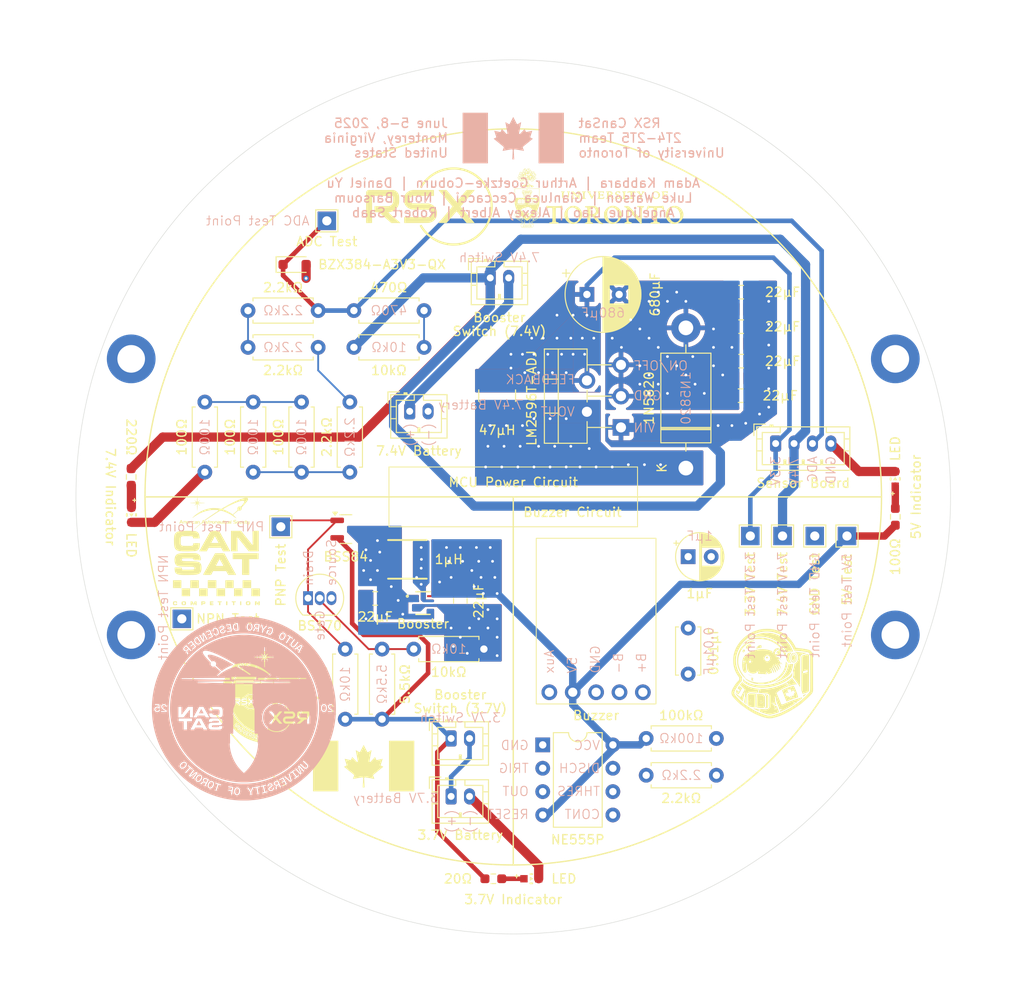
<source format=kicad_pcb>
(kicad_pcb (version 20240108) (generator "pcbnew") (generator_version "8.0")
  (layers (0 "F.Cu" mixed) (1 "In1.Cu" power "GND") (2 "In2.Cu" mixed) (31 "B.Cu" mixed) (34 "B.Paste" user) (35 "F.Paste" user) (36 "B.SilkS" user "B.Silkscreen") (37 "F.SilkS" user "F.Silkscreen") (38 "B.Mask" user) (39 "F.Mask" user) (44 "Edge.Cuts" user))
  (net 0 "")
  (net 1 "GND")
  (net 2 "3.3V")
  (net 3 "/5V")
  (net 4 "Net-(BZ1-Aux)")
  (net 7 "Net-(U3-CV)")
  (net 8 "Net-(U3-THR)")
  (net 9 "7.4V")
  (net 10 "ADC")
  (net 11 "Net-(J1-Pin_2)")
  (net 12 "Net-(J4-Pin_2)")
  (net 13 "Net-(Q1-G)")
  (net 14 "Net-(Q1-D)")
  (net 15 "Net-(R1-Pad1)")
  (net 16 "Net-(R2-Pad1)")
  (net 17 "Net-(R4-Pad2)")
  (net 18 "Net-(R5-Pad2)")
  (net 19 "Net-(R7-Pad2)")
  (net 20 "Net-(U3-Q)")
  (net 21 "/VIN")
  (net 22 "Net-(J4-Pin_1)")
  (net 23 "/SW")
  (net 24 "/OUT")
  (net 25 "Net-(D3-A)")
  (net 26 "Net-(D4-A)")
  (net 27 "Net-(D5-A)")
  (footprint "DigiKey:WL-SMCW_0603" (layer "F.Cu") (at 108.525 101.9625 90)
    (property "Reference" "D5")
    (property "Value" "LED (7.4V)")
  )
  (footprint "TestPoint:TestPoint_THTPad_2.0x2.0mm_Drill1.0mm" (layer "F.Cu") (at 186.25 104.25)
    (property "Reference" "TP4")
    (property "Value" "5V Test")
  )
  (footprint "Resistor_THT:R_Axial_DIN0207_L6.3mm_D2.5mm_P7.62mm_Horizontal" (layer "F.Cu") (at 135.75 124.1575 90)
    (property "Reference" "R9")
    (property "Value" "5.5kΩ")
  )
  (footprint "Resistor_THT:R_Axial_DIN0207_L6.3mm_D2.5mm_P7.62mm_Horizontal" (layer "F.Cu") (at 116.5 89.69 -90)
    (property "Reference" "R1")
    (property "Value" "100Ω")
  )
  (footprint "Graphics:rsx_logo_2" (layer "F.Cu") (at 140.75 68.5)
    (property "Reference" "G***")
    (property "Value" "LOGO" (hide yes))
  )
  (footprint "Package_DIP:DIP-8_W7.62mm" (layer "F.Cu") (at 153.2 126.95)
    (property "Reference" "U3")
    (property "Value" "NE555P")
  )
  (footprint "Graphics:canada_flag" (layer "F.Cu") (at 133.75 129.25)
    (property "Reference" "G***")
    (property "Value" "LOGO" (hide yes))
  )
  (footprint "Graphics:cansat_logo" (layer "F.Cu") (at 117.75 105.75)
    (property "Reference" "G***")
    (property "Value" "LOGO" (hide yes))
  )
  (footprint "TestPoint:TestPoint_THTPad_2.0x2.0mm_Drill1.0mm" (layer "F.Cu") (at 114 113.25)
    (property "Reference" "TP5")
    (property "Value" "NPN Test")
  )
  (footprint "Capacitor_THT:CP_Radial_D8.0mm_P3.50mm" (layer "F.Cu") (at 158 78)
    (property "Reference" "Cout5")
    (property "Value" "680μF")
  )
  (footprint "DigiKey:WL-SMCW_0603" (layer "F.Cu") (at 151.9625 141.495 180)
    (property "Reference" "D3")
    (property "Value" "LED (3.7V)")
  )
  (footprint "Resistor_THT:R_Axial_DIN0207_L6.3mm_D2.5mm_P7.62mm_Horizontal" (layer "F.Cu") (at 121.19 79.75)
    (property "Reference" "R6")
    (property "Value" "2.2kΩ")
  )
  (footprint "Capacitor_SMD:C_0805_2012Metric_Pad1.18x1.45mm_HandSolder" (layer "F.Cu") (at 174.75 77.75 180)
    (property "Reference" "Cin4")
    (property "Value" "22μF")
  )
  (footprint "Diode_THT:D_DO-201AD_P15.24mm_Horizontal" (layer "F.Cu") (at 168.75 96.87 90)
    (property "Reference" "D1")
    (property "Value" "1N5820")
  )
  (footprint "Resistor_SMD:R_0603_1608Metric_Pad0.98x0.95mm_HandSolder" (layer "F.Cu") (at 147.8375 141.5 180)
    (property "Reference" "R14")
    (property "Value" "20Ω")
  )
  (footprint "Capacitor_THT:C_Disc_D5.0mm_W2.5mm_P5.00mm" (layer "F.Cu") (at 169 119.25 90)
    (property "Reference" "C8")
    (property "Value" "0.01μF")
  )
  (footprint "Resistor_THT:R_Axial_DIN0207_L6.3mm_D2.5mm_P7.62mm_Horizontal" (layer "F.Cu") (at 131.75 124.1575 90)
    (property "Reference" "R11")
    (property "Value" "10kΩ")
  )
  (footprint "Capacitor_SMD:C_0805_2012Metric_Pad1.18x1.45mm_HandSolder" (layer "F.Cu") (at 144.25 111.2875 -90)
    (property "Reference" "C7")
    (property "Value" "22μF")
  )
  (footprint "Graphics:uoft_text_2" (layer "F.Cu") (at 161 68.5)
    (property "Reference" "G***")
    (property "Value" "LOGO" (hide yes))
  )
  (footprint "Resistor_THT:R_Axial_DIN0207_L6.3mm_D2.5mm_P7.62mm_Horizontal" (layer "F.Cu") (at 128.81 83.75 180)
    (property "Reference" "R5")
    (property "Value" "2.2kΩ")
  )
  (footprint "Resistor_SMD:R_0603_1608Metric_Pad0.98x0.95mm_HandSolder" (layer "F.Cu") (at 108.5 97.8375 90)
    (property "Reference" "R16")
    (property "Value" "220Ω")
  )
  (footprint "TestPoint:TestPoint_THTPad_2.0x2.0mm_Drill1.0mm" (layer "F.Cu") (at 175.75 104.25)
    (property "Reference" "TP3")
    (property "Value" "3.3V Test")
  )
  (footprint "TestPoint:TestPoint_THTPad_2.0x2.0mm_Drill1.0mm" (layer "F.Cu") (at 182.75 104.25)
    (property "Reference" "TP7")
    (property "Value" "GND Test")
  )
  (footprint "Resistor_THT:R_Axial_DIN0207_L6.3mm_D2.5mm_P7.62mm_Horizontal" (layer "F.Cu") (at 140.31 83.75 180)
    (property "Reference" "R8")
    (property "Value" "10kΩ")
  )
  (footprint "Capacitor_SMD:C_0805_2012Metric_Pad1.18x1.45mm_HandSolder" (layer "F.Cu") (at 174.7 89 180)
    (property "Reference" "Cin1")
    (property "Value" "22μF")
  )
  (footprint "Connector_JST:JST_PH_B2B-PH-K_1x02_P2.00mm_Vertical" (layer "F.Cu") (at 143.25 132.55)
    (property "Reference" "J5")
    (property "Value" "3.7V Battery")
  )
  (footprint "Custom_Footprints:Matek_Lost_Model_Beeper" (layer "F.Cu") (at 152.5 104.5)
    (property "Reference" "BZ1")
    (property "Value" "Buzzer")
  )
  (footprint "Capacitor_THT:CP_Radial_D5.0mm_P2.50mm" (layer "F.Cu") (at 169 106.5)
    (property "Reference" "C9")
    (property "Value" "1μF")
  )
  (footprint "DigiKey:SOT-5X3-8_DRL_TEX" (layer "F.Cu") (at 140.200799 111.537499)
    (property "Reference" "TPS610333DRLR_U2")
    (property "Value" "Booster")
  )
  (footprint "Capacitor_SMD:C_0805_2012Metric_Pad1.18x1.45mm_HandSolder" (layer "F.Cu") (at 174.75 81.5 180)
    (property "Reference" "Cin3")
    (property "Value" "22μF")
  )
  (footprint "Connector_JST:JST_PH_B4B-PH-K_1x04_P2.00mm_Vertical" (layer "F.Cu") (at 178.5 94.2)
    (property "Reference" "J3")
    (property "Value" "Sensor Board")
  )
  (footprint "Graphics:uoft_coat_of_arms_2" (layer "F.Cu") (at 151.5 67.5)
    (property "Reference" "G***")
    (property "Value" "LOGO" (hide yes))
  )
  (footprint "TestPoint:TestPoint_THTPad_2.0x2.0mm_Drill1.0mm" (layer "F.Cu") (at 124.75 103.25)
    (property "Reference" "TP6")
    (property "Value" "PNP Test")
  )
  (footprint "Connector_JST:JST_PH_B2B-PH-K_1x02_P2.00mm_Vertical" (layer "F.Cu") (at 147.5 76.2)
    (property "Reference" "J1")
    (property "Value" "MCU Switch (7.4V)")
  )
  (footprint "Package_TO_SOT_THT:TO-92_Inline" (layer "F.Cu") (at 127.71 111)
    (property "Reference" "Q1")
    (property "Value" "BS170")
  )
  (footprint "Package_TO_SOT_THT:TO-220-5_P3.4x3.7mm_StaggerOdd_Lead3.8mm_Vertical" (layer "F.Cu") (at 161.7 92.45 90)
    (property "Reference" "U1")
    (property "Value" "LM2596T-ADJ")
  )
  (footprint "Resistor_THT:R_Axial_DIN0207_L6.3mm_D2.5mm_P7.62mm_Horizontal" (layer "F.Cu") (at 164.44 126.25)
    (property "Reference" "R12")
    (property "Value" "100kΩ")
  )
  (footprint "DigiKey:WL-SMCW_0603" (layer "F.Cu") (at 191.485 98.0375 -90)
    (property "Reference" "D4")
    (property "Value" "LED (5V)")
  )
  (footprint "Resistor_SMD:R_0603_1608Metric_Pad0.98x0.95mm_HandSolder" (layer "F.Cu") (at 191.5 102.1625 -90)
    (property "Reference" "R15")
    (property "Value" "100Ω")
  )
  (footprint "DigiKey:WE-LQS_4025" (layer "F.Cu") (at 138.5 106.7875)
    (property "Reference" "WE-LQS_4025_L2")
    (property "Value" "1μH")
  )
  (footprint "Resistor_THT:R_Axial_DIN0207_L6.3mm_D2.5mm_P7.62mm_Horizontal" (layer "F.Cu") (at 164.44 130.25)
    (property "Reference" "R13")
    (property "Value" "2.2kΩ")
  )
  (footprint "Resistor_THT:R_Axial_DIN0207_L6.3mm_D2.5mm_P7.62mm_Horizontal" (layer "F.Cu") (at 127 97.31 90)
    (property "Reference" "R3")
    (property "Value" "100Ω")
  )
  (footprint "Resistor_THT:R_Axial_DIN0207_L6.3mm_D2.5mm_P7.62mm_Horizontal" (layer "F.Cu") (at 132.25 97.31 90)
    (property "Reference" "R4")
    (property "Value" "2.2kΩ")
  )
  (footprint "Capacitor_SMD:C_0805_2012Metric_Pad1.18x1.45mm_HandSolder" (layer "F.Cu") (at 135 111.0375 180)
    (property "Reference" "C6")
    (property "Value" "22μF")
  )
  (footprint "Resistor_THT:R_Axial_DIN0207_L6.3mm_D2.5mm_P7.62mm_Horizontal" (layer "F.Cu") (at 132.69 79.75)
    (property "Reference" "R7")
    (property "Value" "470Ω")
  )
  (footprint "Graphics:capybara_astronaut_2" (layer "F.Cu") (at 178.25 119.25)
    (property "Reference" "G***")
    (property "Value" "LOGO" (hide yes))
  )
  (footprint "Package_TO_SOT_SMD:SOT-23" (layer "F.Cu") (at 131.8125 103.5)
    (property "Reference" "Q2")
    (property "Value" "BSS84")
  )
  (footprint "Resistor_THT:R_Axial_DIN0207_L6.3mm_D2.5mm_P7.62mm_Horizontal" (layer "F.Cu") (at 121.75 97.31 90)
    (property "Reference" "R2")
    (property "Value" "100Ω")
  )
  (footprint "Graphics:logo" (layer "F.Cu") (at 123.25 121.75)
    (property "Reference" "G***")
    (property "Value" "LOGO" (hide yes))
  )
  (footprint "DigiKey:IND_ASPI-4030S-470M-T" (layer "F.Cu") (at 148.25 89 90)
    (property "Reference" "ASPI-4030S-470M-T_L1")
    (property "Value" "47μH")
  )
  (footprint "Diode_SMD:D_SOD-323_HandSoldering" (layer "F.Cu") (at 126.25 74.75)
    (property "Reference" "D2")
    (property "Value" "BZX384-A3V3-QX")
  )
  (footprint "Resistor_THT:R_Axial_DIN0207_L6.3mm_D2.5mm_P7.62mm_Horizontal" (layer "F.Cu") (at 139.19 116.5375)
    (property "Reference" "R10")
    (property "Value" "10kΩ")
  )
  (footprint "Capacitor_SMD:C_0805_2012Metric_Pad1.18x1.45mm_HandSolder" (layer "F.Cu") (at 174.75 85.25 180)
    (property "Reference" "Cin2")
    (property "Value" "22μF")
  )
  (footprint "Connector_JST:JST_PH_B2B-PH-K_1x02_P2.00mm_Vertical" (layer "F.Cu") (at 138.75 90.7)
    (property "Reference" "J2")
    (property "Value" "7.4V Battery")
  )
  (footprint "Connector_JST:JST_PH_B2B-PH-K_1x02_P2.00mm_Vertical" (layer "F.Cu") (at 143.25 126.25)
    (property "Reference" "J4")
    (property "Value" "Booster Switch (3.7V)")
  )
  (footprint "TestPoint:TestPoint_THTPad_2.0x2.0mm_Drill1.0mm" (layer "F.Cu") (at 179.25 104.25)
    (property "Reference" "TP2")
    (property "Value" "7.4V Test")
  )
  (footprint "TestPoint:TestPoint_THTPad_2.0x2.0mm_Drill1.0mm" (layer "F.Cu") (at 129.75 70)
    (property "Reference" "TP1")
    (property "Value" "ADC Test")
  )
  (footprint "DigiKey:WA-SMSI_9774030243" (layer "B.Cu") (at 191.5 85 180)
    (property "Reference" "REF**")
    (property "Value" "WA-SMSI_9774030243")
  )
  (footprint "Graphics:canada_flag" (layer "B.Cu") (at 150 61 180)
    (property "Reference" "G***")
    (property "Value" "LOGO" (hide yes))
  )
  (footprint "Graphics:logo_x2" (layer "B.Cu") (at 120.75 123 180)
    (property "Reference" "G***")
    (property "Value" "LOGO" (hide yes))
  )
  (footprint "DigiKey:WA-SMSI_9774030243" (layer "B.Cu") (at 108.5 115 180)
    (property "Reference" "REF**")
    (property "Value" "WA-SMSI_9774030243")
  )
  (footprint "DigiKey:WA-SMSI_9774030243" (layer "B.Cu") (at 108.5 85 180)
    (property "Reference" "REF**")
    (property "Value" "WA-SMSI_9774030243")
  )
  (footprint "DigiKey:WA-SMSI_9774030243" (layer "B.Cu") (at 191.5 115 180)
    (property "Reference" "REF**")
    (property "Value" "WA-SMSI_9774030243")
  )
  (gr_line (start 136.5 103.25) (end 150 103.25) (stroke (width 0.1)) (layer "F.SilkS"))
  (gr_line (start 136.5 100) (end 136.5 103.25) (stroke (width 0.1)) (layer "F.SilkS"))
  (gr_line (start 150 103.25) (end 163.5 103.25) (stroke (width 0.1)) (layer "F.SilkS"))
  (gr_line (start 163.5 100) (end 163.5 96.75) (stroke (width 0.1)) (layer "F.SilkS"))
  (gr_circle (center 150 100) (end 190 100) (stroke (width 0.15)) (fill none) (layer "F.SilkS"))
  (gr_line (start 163.5 96.75) (end 136.5 96.75) (stroke (width 0.1)) (layer "F.SilkS"))
  (gr_line (start 136.5 96.75) (end 136.5 100) (stroke (width 0.1)) (layer "F.SilkS"))
  (gr_line (start 150 140) (end 150 100) (stroke (width 0.15)) (layer "F.SilkS"))
  (gr_line (start 163.5 103.25) (end 163.5 100) (stroke (width 0.1)) (layer "F.SilkS"))
  (gr_line (start 110 100) (end 190 100) (stroke (width 0.15)) (layer "F.SilkS"))
  (gr_circle (center 150 100) (end 197.5 100) (stroke (width 0.05)) (fill none) (layer "Edge.Cuts"))
  (gr_text "RSX CanSat\n2T4-2T5 Team\nUniversity of Toronto" (at 157 61 0) (layer "B.SilkS") (effects (font (size 1 1)) (justify right mirror)))
  (gr_text "(+)" (at 138.75 93.25 90) (layer "B.SilkS") (effects (font (size 1 1) (thickness 0.1)) (justify mirror)))
  (gr_text "100Ω" (at 116.5 93.5 90) (layer "B.SilkS") (effects (font (size 1 1) (thickness 0.1)) (justify mirror)))
  (gr_text "7.4V Test Point" (at 179.25 111.75 90) (layer "B.SilkS") (effects (font (size 1 1) (thickness 0.1)) (justify mirror)))
  (gr_text "100kΩ" (at 168.25 126.25 0) (layer "B.SilkS") (effects (font (size 1 1) (thickness 0.1)) (justify mirror)))
  (gr_text "ADC" (at 182.5 95.5 90) (layer "B.SilkS") (effects (font (size 1 1) (thickness 0.1)) (justify left mirror)))
  (gr_text "Source" (at 130.25 109.75 90) (layer "B.SilkS") (effects (font (size 1 1) (thickness 0.1)) (justify right mirror)))
  (gr_text "TRIG" (at 151.75 129.5 0) (layer "B.SilkS") (effects (font (size 1 1) (thickness 0.1)) (justify left mirror)))
  (gr_text "Adam Kabbara | Arthur Goetzke-Coburn | Daniel Yu\nLuke Watson | Gianluca Ceccacci | Nour Barsoum\nAngelique Liao | Alexey Albert | Robert Saab" (at 150 67.5 0) (layer "B.SilkS") (effects (font (size 1 1)) (justify mirror)))
  (gr_text "5V" (at 157 119.25 90) (layer "B.SilkS") (effects (font (size 1 1) (thickness 0.1)) (justify right bottom mirror)))
  (gr_text "5.5kΩ" (at 135.75 120.3475 90) (layer "B.SilkS") (effects (font (size 1 1) (thickness 0.1)) (justify mirror)))
  (gr_text "CONT" (at 159.5 134.5 0) (layer "B.SilkS") (effects (font (size 1 1) (thickness 0.1)) (justify left mirror)))
  (gr_text "10kΩ" (at 131.75 120.3475 90) (layer "B.SilkS") (effects (font (size 1 1) (thickness 0.1)) (justify mirror)))
  (gr_text "680μF" (at 159.75 80 0) (layer "B.SilkS") (effects (font (size 1 1) (thickness 0.1)) (justify mirror)))
  (gr_text "3.3V" (at 178.5 95.5 90) (layer "B.SilkS") (effects (font (size 1 1) (thickness 0.1)) (justify left mirror)))
  (gr_text "3.7V Switch" (at 144.25 124 0) (layer "B.SilkS") (effects (font (size 1 1) (thickness 0.1)) (justify mirror)))
  (gr_text "7.4V" (at 180.5 95.5 90) (layer "B.SilkS") (effects (font (size 1 1) (thickness 0.1)) (justify left mirror)))
  (gr_text "Gate" (at 129 112.25 90) (layer "B.SilkS") (effects (font (size 1 1) (thickness 0.1)) (justify left mirror)))
  (gr_text "B+" (at 164.5 119.25 90) (layer "B.SilkS") (effects (font (size 1 1) (thickness 0.1)) (justify right bottom mirror)))
  (gr_text "THRES" (at 159.5 132 0) (layer "B.SilkS") (effects (font (size 1 1) (thickness 0.1)) (justify left mirror)))
  (gr_text "1μF" (at 170.25 104.25 0) (layer "B.SilkS") (effects (font (size 1 1) (thickness 0.1)) (justify mirror)))
  (gr_text "GND" (at 163 89 0) (layer "B.SilkS") (effects (font (size 1 1) (thickness 0.1)) (justify right mirror)))
  (gr_text "PNP Test Point" (at 117.25 103.25 0) (layer "B.SilkS") (effects (font (size 1 1) (thickness 0.1)) (justify mirror)))
  (gr_text "Drain" (at 127.75 109.75 90) (layer "B.SilkS") (effects (font (size 1 1) (thickness 0.1)) (justify right mirror)))
  (gr_text "470Ω" (at 136.5 79.75 0) (layer "B.SilkS") (effects (font (size 1 1) (thickness 0.1)) (justify mirror)))
  (gr_text "2.2kΩ" (at 125 83.75 0) (layer "B.SilkS") (effects (font (size 1 1) (thickness 0.1)) (justify mirror)))
  (gr_text "GND Test Point" (at 182.75 111.75 90) (layer "B.SilkS") (effects (font (size 1 1) (thickness 0.1)) (justify mirror)))
  (gr_text "3.7V Battery" (at 137.25 132.75 0) (layer "B.SilkS") (effects (font (size 1 1) (thickness 0.1)) (justify mirror)))
  (gr_text "100Ω" (at 121.75 93.5 90) (layer "B.SilkS") (effects (font (size 1 1) (thickness 0.1)) (justify mirror)))
  (gr_text "7.4V Switch" (at 148.5 74 0) (layer "B.SilkS") (effects (font (size 1 1) (thickness 0.1)) (justify mirror)))
  (gr_text "(-)" (at 140.75 93.25 90) (layer "B.SilkS") (effects (font (size 1 1) (thickness 0.1)) (justify mirror)))
  (gr_text "1N5820" (at 168.75 89.25 90) (layer "B.SilkS") (effects (font (size 1 1) (thickness 0.1)) (justify mirror)))
  (gr_text "VIN" (at 163 92.5 0) (layer "B.SilkS") (effects (font (size 1 1) (thickness 0.1)) (justify right mirror)))
  (gr_text "B-" (at 162 119.25 90) (layer "B.SilkS") (effects (font (size 1 1) (thickness 0.1)) (justify right bottom mirror)))
  (gr_text "2.2kΩ" (at 132.25 93.5 90) (layer "B.SilkS") (effects (font (size 1 1) (thickness 0.1)) (justify mirror)))
  (gr_text "DISCH" (at 159.5 129.5 0) (layer "B.SilkS") (effects (font (size 1 1) (thickness 0.1)) (justify left mirror)))
  (gr_text "Aux" (at 154.5 119.25 90) (layer "B.SilkS") (effects (font (size 1 1) (thickness 0.1)) (justify right bottom mirror)))
  (gr_text "VOUT" (at 156.75 90.75 0) (layer "B.SilkS") (effects (font (size 1 1) (thickness 0.1)) (justify left mirror)))
  (gr_text "GND" (at 184.5 95.5 90) (layer "B.SilkS") (effects (font (size 1 1) (thickness 0.1)) (justify left mirror)))
  (gr_text "(-)" (at 145.25 135.25 90) (layer "B.SilkS") (effects (font (size 1 1) (thickness 0.1)) (justify mirror)))
  (gr_text "10kΩ" (at 143 116.5375 0) (layer "B.SilkS") (effects (font (size 1 1) (thickness 0.1)) (justify mirror)))
  (gr_text "(+)" (at 143.25 135.25 90) (layer "B.SilkS") (effects (font (size 1 1) (thickness 0.1)) (justify mirror)))
  (gr_text "2.2kΩ" (at 125 79.75 0) (layer "B.SilkS") (effects (font (size 1 1) (thickness 0.1)) (justify mirror)))
  (gr_text "2.2kΩ" (at 168.25 130.25 0) (layer "B.SilkS") (effects (font (size 1 1) (thickness 0.1)) (justify mirror)))
  (gr_text "OUT" (at 151.75 132 0) (layer "B.SilkS") (effects (font (size 1 1) (thickness 0.1)) (justify left mirror)))
  (gr_text "RESET" (at 151.75 134.5 0) (layer "B.SilkS") (effects (font (size 1 1) (thickness 0.1)) (justify left mirror)))
  (gr_text "GND" (at 159.5 119.25 90) (layer "B.SilkS") (effects (font (size 1 1) (thickness 0.1)) (justify right bottom mirror)))
  (gr_text "10kΩ" (at 136.5 83.75 0) (layer "B.SilkS") (effects (font (size 1 1) (thickness 0.1)) (justify mirror)))
  (gr_text "ON/OFF" (at 163 85.75 0) (layer "B.SilkS") (effects (font (size 1 1) (thickness 0.1)) (justify right mirror)))
  (gr_text "0.01μF" (at 171.25 116.75 90) (layer "B.SilkS") (effects (font (size 1 1) (thickness 0.1)) (justify mirror)))
  (gr_text "June 5-8, 2025\nMonterey, Virginia\nUnited States" (at 143 61 0) (layer "B.SilkS") (effects (font (size 1 1)) (justify left mirror)))
  (gr_text "NPN Test Point" (at 112 112 90) (layer "B.SilkS") (effects (font (size 1 1) (thickness 0.1)) (justify mirror)))
  (gr_text "3.3V Test Point" (at 175.75 111.75 90) (layer "B.SilkS") (effects (font (size 1 1) (thickness 0.1)) (justify mirror)))
  (gr_text "7.4V Battery" (at 146.5 90 0) (layer "B.SilkS") (effects (font (size 1 1) (thickness 0.1)) (justify mirror)))
  (gr_text "VCC" (at 159.5 127 0) (layer "B.SilkS") (effects (font (size 1 1) (thickness 0.1)) (justify left mirror)))
  (gr_text "100Ω" (at 127 93.5 90) (layer "B.SilkS") (effects (font (size 1 1) (thickness 0.1)) (justify mirror)))
  (gr_text "GND" (at 151.75 127 0) (layer "B.SilkS") (effects (font (size 1 1) (thickness 0.1)) (justify left mirror)))
  (gr_text "5V Test Point" (at 186.25 111.25 90) (layer "B.SilkS") (effects (font (size 1 1) (thickness 0.1)) (justify mirror)))
  (gr_text "FEEDBACK" (at 156.75 87.25 0) (layer "B.SilkS") (effects (font (size 1 1) (thickness 0.1)) (justify left mirror)))
  (gr_text "ADC Test Point" (at 122.25 70 0) (layer "B.SilkS") (effects (font (size 1 1) (thickness 0.1)) (justify mirror)))
  (gr_text "LED" (at 155.5 141.5 0) (layer "F.SilkS") (effects (font (size 1 1))))
  (gr_text "Switch (3.7V)" (at 144.25 123 0) (layer "F.SilkS") (effects (font (size 1 1))))
  (gr_text "7.4V Indicator" (at 106.25 100 270) (layer "F.SilkS") (effects (font (size 1 1))))
  (gr_text "220Ω" (at 108.5 93.5 270) (layer "F.SilkS") (effects (font (size 1 1))))
  (gr_text "Buzzer Circuit" (at 151 102.25 0) (layer "F.SilkS") (effects (font (size 1 1)) (justify left bottom)))
  (gr_text "Switch (7.4V)" (at 148.5 82 0) (layer "F.SilkS") (effects (font (size 1 1))))
  (gr_text "3.7V Indicator" (at 150 143.75 0) (layer "F.SilkS") (effects (font (size 1 1))))
  (gr_text "Booster" (at 148.5 80.5 0) (layer "F.SilkS") (effects (font (size 1 1))))
  (gr_text "MCU Power Circuit" (at 150 99 0) (layer "F.SilkS") (effects (font (size 1 1)) (justify bottom)))
  (gr_text "LED" (at 191.5 94.75 90) (layer "F.SilkS") (effects (font (size 1 1))))
  (gr_text "Booster" (at 144.25 121.5 0) (layer "F.SilkS") (effects (font (size 1 1))))
  (gr_text "LED" (at 108.5 105.25 -90) (layer "F.SilkS") (effects (font (size 1 1))))
  (gr_text "5V Indicator" (at 193.75 100 90) (layer "F.SilkS") (effects (font (size 1 1))))
  (segment (start 130.2875 111.0375) (end 130.25 111) (width 1) (layer "F.Cu") (net 1))
  (segment (start 152.7625 141.495) (end 152.7625 140.0625) (width 1) (layer "F.Cu") (net 1))
  (segment (start 187.5375 97.2375) (end 184.5 94.2) (width 1) (layer "F.Cu") (net 1))
  (segment (start 111.0475 102.7625) (end 116.5 97.31) (width 1) (layer "F.Cu") (net 1))
  (segment (start 191.485 97.2375) (end 187.5375 97.2375) (width 1) (layer "F.Cu") (net 1))
  (segment (start 152.7625 140.0625) (end 145.25 132.55) (width 1) (layer "F.Cu") (net 1))
  (segment (start 127.5 74.75) (end 127.5 76.25) (width 1) (layer "F.Cu") (net 1))
  (segment (start 108.525 102.7625) (end 111.0475 102.7625) (width 1) (layer "F.Cu") (net 1))
  (via (at 147.25 112.25) (size 0.6) (drill 0.3) (layers "F.Cu" "B.Cu") (net 1))
  (via (at 164.75 78.75) (size 0.6) (drill 0.3) (layers "F.Cu" "B.Cu") (net 1))
  (via (at 167.75 85.75) (size 0.6) (drill 0.3) (layers "F.Cu" "B.Cu") (net 1))
  (via (at 171.75 85.75) (size 0.6) (drill 0.3) (layers "F.Cu" "B.Cu") (net 1))
  (via (at 168.75 78.75) (size 0.6) (drill 0.3) (layers "F.Cu" "B.Cu") (net 1))
  (via (at 165.75 79.75) (size 0.6) (drill 0.3) (layers "F.Cu" "B.Cu") (net 1))
  (via (at 162.75 80.75) (size 0.6) (drill 0.3) (layers "F.Cu" "B.Cu") (net 1))
  (via (at 163.75 81.75) (size 0.6) (drill 0.3) (layers "F.Cu" "B.Cu") (net 1))
  (via (at 169.5 84.75) (size 0.6) (drill 0.3) (layers "F.Cu" "B.Cu") (net 1))
  (via (at 145.25 114.25) (size 0.6) (drill 0.3) (layers "F.Cu" "B.Cu") (net 1))
  (via (at 148.25 117.25) (size 0.6) (drill 0.3) (layers "F.Cu" "B.Cu") (net 1))
  (via (at 166.75 84.75) (size 0.6) (drill 0.3) (layers "F.Cu" "B.Cu") (net 1))
  (via (at 127.5 76.25) (size 0.6) (drill 0.3) (layers "F.Cu" "B.Cu") (net 1))
  (via (at 168.75 86.75) (size 0.6) (drill 0.3) (layers "F.Cu" "B.Cu") (net 1))
  (via (at 169.75 87.75) (size 0.6) (drill 0.3) (layers "F.Cu" "B.Cu") (net 1))
  (via (at 170.75 88.75) (size 0.6) (drill 0.3) (layers "F.Cu" "B.Cu") (net 1))
  (via (at 165.75 83.75) (size 0.6) (drill 0.3) (layers "F.Cu" "B.Cu") (net 1))
  (via (at 147.25 114.25) (size 0.6) (drill 0.3) (layers "F.Cu" "B.Cu") (net 1))
  (via (at 146.25 113.25) (size 0.6) (drill 0.3) (layers "F.Cu" "B.Cu") (net 1))
  (via (at 160.75 82.75) (size 0.6) (drill 0.3) (layers "F.Cu" "B.Cu") (net 1))
  (via (at 143.25 114.25) (size 0.6) (drill 0.3) (layers "F.Cu" "B.Cu") (net 1))
  (via (at 164.75 88.75) (size 0.6) (drill 0.3) (layers "F.Cu" "B.Cu") (net 1))
  (via (at 164.75 82.75) (size 0.6) (drill 0.3) (layers "F.Cu" "B.Cu") (net 1))
  (via (at 144.25 115.25) (size 0.6) (drill 0.3) (layers "F.Cu" "B.Cu") (net 1))
  (via (at 148.25 115.25) (size 0.6) (drill 0.3) (layers "F.Cu" "B.Cu") (net 1))
  (via (at 166.75 78.75) (size 0.6) (drill 0.3) (layers "F.Cu" "B.Cu") (net 1))
  (via (at 171.75 81.75) (size 0.6) (drill 0.3) (layers "F.Cu" "B.Cu") (net 1))
  (via (at 166.75 88.75) (size 0.6) (drill 0.3) (layers "F.Cu" "B.Cu") (net 1))
  (via (at 167.75 77.75) (size 0.6) (drill 0.3) (layers "F.Cu" "B.Cu") (net 1))
  (via (at 172.75 86.75) (size 0.6) (drill 0.3) (layers "F.Cu" "B.Cu") (net 1))
  (via (at 143.5 116.25) (size 0.6) (drill 0.3) (layers "F.Cu" "B.Cu") (net 1))
  (via (at 163.75 87.75) (size 0.6) (drill 0.3) (layers "F.Cu" "B.Cu") (net 1))
  (via (at 161.75 83.75) (size 0.6) (drill 0.3) (layers "F.Cu" "B.Cu") (net 1))
  (via (at 134 113.25) (size 0.6) (drill 0.3) (layers "F.Cu" "B.Cu") (net 1))
  (via (at 163.75 85.75) (size 0.6) (drill 0.3) (layers "F.Cu" "B.Cu") (net 1))
  (via (at 173.75 83.75) (size 0.6) (drill 0.3) (layers "F.Cu" "B.Cu") (net 1))
  (via (at 148.25 113.25) (size 0.6) (drill 0.3) (layers "F.Cu" "B.Cu") (net 1))
  (via (at 171.75 83.75) (size 0.6) (drill 0.3) (layers "F.Cu" "B.Cu") (net 1))
  (via (at 145 117) (size 0.6) (drill 0.3) (layers "F.Cu" "B.Cu") (net 1))
  (via (at 165.75 77.75) (size 0.6) (drill 0.3) (layers "F.Cu" "B.Cu") (net 1))
  (via (at 165.75 87.75) (size 0.6) (drill 0.3) (layers "F.Cu" "B.Cu") (net 1))
  (via (at 164.75 86.75) (size 0.6) (drill 0.3) (layers "F.Cu" "B.Cu") (net 1))
  (via (at 155.75 86.5) (size 0.6) (drill 0.3) (layers "F.Cu" "B.Cu") (net 2))
  (via (at 158.75 82.75) (size 0.6) (drill 0.3) (layers "F.Cu" "B.Cu") (net 2))
  (via (at 153.25 82.75) (size 0.6) (drill 0.3) (layers "F.Cu" "B.Cu") (net 2))
  (via (at 157.75 84.5) (size 0.6) (drill 0.3) (layers "F.Cu" "B.Cu") (net 2))
  (via (at 155.25 84.5) (size 0.6) (drill 0.3) (layers "F.Cu" "B.Cu") (net 2))
  (via (at 153.75 84.5) (size 0.6) (drill 0.3) (layers "F.Cu" "B.Cu") (net 2))
  (via (at 149.75 84.5) (size 0.6) (drill 0.3) (layers "F.Cu" "B.Cu") (net 2))
  (via (at 154.25 86.5) (size 0.6) (drill 0.3) (layers "F.Cu" "B.Cu") (net 2))
  (via (at 152.75 86.5) (size 0.6) (drill 0.3) (layers "F.Cu" "B.Cu") (net 2))
  (via (at 158 80.25) (size 0.6) (drill 0.3) (layers "F.Cu" "B.Cu") (net 2))
  (via (at 156.5 84.5) (size 0.6) (drill 0.3) (layers "F.Cu" "B.Cu") (net 2))
  (via (at 152 82.75) (size 0.6) (drill 0.3) (layers "F.Cu" "B.Cu") (net 2))
  (via (at 149.75 86) (size 0.6) (drill 0.3) (layers "F.Cu" "B.Cu") (net 2))
  (via (at 154.75 82.75) (size 0.6) (drill 0.3) (layers "F.Cu" "B.Cu") (net 2))
  (via (at 151.25 86.5) (size 0.6) (drill 0.3) (layers "F.Cu" "B.Cu") (net 2))
  (via (at 156.5 80.25) (size 0.6) (drill 0.3) (layers "F.Cu" "B.Cu") (net 2))
  (via (at 156.25 82.75) (size 0.6) (drill 0.3) (layers "F.Cu" "B.Cu") (net 2))
  (via (at 157.5 82.75) (size 0.6) (drill 0.3) (layers "F.Cu" "B.Cu") (net 2))
  (via (at 152.25 84.5) (size 0.6) (drill 0.3) (layers "F.Cu" "B.Cu") (net 2))
  (via (at 154.75 80.25) (size 0.6) (drill 0.3) (layers "F.Cu" "B.Cu") (net 2))
  (via (at 151 84.5) (size 0.6) (drill 0.3) (layers "F.Cu" "B.Cu") (net 2))
  (segment (start 178.5 97.25) (end 175.75 100) (width 0.5) (layer "B.Cu") (net 2))
  (segment (start 161 74) (end 178.25 74) (width 0.5) (layer "B.Cu") (net 2))
  (segment (start 180 92.7) (end 178.5 94.2) (width 0.5) (layer "B.Cu") (net 2))
  (segment (start 180 75.75) (end 180 92.7) (width 0.5) (layer "B.Cu") (net 2))
  (segment (start 175.75 100) (end 175.75 104.25) (width 0.5) (layer "B.Cu") (net 2))
  (segment (start 178.25 74) (end 180 75.75) (width 0.5) (layer "B.Cu") (net 2))
  (segment (start 178.5 94.2) (end 178.5 97.25) (width 0.5) (layer "B.Cu") (net 2))
  (segment (start 158 78) (end 158 77) (width 0.5) (layer "B.Cu") (net 2))
  (segment (start 158 77) (end 161 74) (width 0.5) (layer "B.Cu") (net 2))
  (segment (start 186.25 104.25) (end 190.325 104.25) (width 0.8) (layer "F.Cu") (net 3))
  (segment (start 190.325 104.25) (end 191.5 103.075) (width 0.8) (layer "F.Cu") (net 3))
  (via (at 146.25 107) (size 0.6) (drill 0.3) (layers "F.Cu" "B.Cu") (net 3))
  (via (at 146 105.5) (size 0.6) (drill 0.3) (layers "F.Cu" "B.Cu") (net 3))
  (via (at 142.75 105.5) (size 0.6) (drill 0.3) (layers "F.Cu" "B.Cu") (net 3))
  (via (at 148.25 110.5) (size 0.6) (drill 0.3) (layers "F.Cu" "B.Cu") (net 3))
  (via (at 145.5 108) (size 0.6) (drill 0.3) (layers "F.Cu" "B.Cu") (net 3))
  (via (at 148 108.75) (size 0.6) (drill 0.3) (layers "F.Cu" "B.Cu") (net 3))
  (via (at 144.25 105.5) (size 0.6) (drill 0.3) (layers "F.Cu" "B.Cu") (net 3))
  (via (at 146.75 110.5) (size 0.6) (drill 0.3) (layers "F.Cu" "B.Cu") (net 3))
  (via (at 143 107) (size 0.6) (drill 0.3) (layers "F.Cu" "B.Cu") (net 3))
  (via (at 143.25 108.75) (size 0.6) (drill 0.3) (layers "F.Cu" "B.Cu") (net 3))
  (via (at 146.5 108.75) (size 0.6) (drill 0.3) (layers "F.Cu" "B.Cu") (net 3))
  (via (at 145.75 109.75) (size 0.6) (drill 0.3) (layers "F.Cu" "B.Cu") (net 3))
  (via (at 147.75 107) (size 0.6) (drill 0.3) (layers "F.Cu" "B.Cu") (net 3))
  (via (at 144.5 107) (size 0.6) (drill 0.3) (layers "F.Cu" "B.Cu") (net 3))
  (via (at 142 109.25) (size 0.6) (drill 0.3) (layers "F.Cu" "B.Cu") (net 3))
  (via (at 147.5 105.5) (size 0.6) (drill 0.3) (layers "F.Cu" "B.Cu") (net 3))
  (segment (start 156.46 118.687207) (end 148.272793 110.5) (width 0.8) (layer "B.Cu") (net 3))
  (segment (start 160.82 126.95) (end 163.74 126.95) (width 0.8) (layer "B.Cu") (net 3))
  (segment (start 153.68 134.57) (end 153.2 134.57) (width 0.8) (layer "B.Cu") (net 3))
  (segment (start 156.46 121.23) (end 156.46 118.687207) (width 0.8) (layer "B.Cu") (net 3))
  (segment (start 168.19 109.5) (end 181 109.5) (width 0.8) (layer "B.Cu") (net 3))
  (segment (start 156.46 121.23) (end 156.46 122.59) (width 0.8) (layer "B.Cu") (net 3))
  (segment (start 148.272793 110.5) (end 148.25 110.5) (width 0.8) (layer "B.Cu") (net 3))
  (segment (start 156.46 122.59) (end 160.82 126.95) (width 0.8) (layer "B.Cu") (net 3))
  (segment (start 181 109.5) (end 186.25 104.25) (width 0.8) (layer "B.Cu") (net 3))
  (segment (start 160.82 127.43) (end 153.68 134.57) (width 0.8) (layer "B.Cu") (net 3))
  (segment (start 156.46 121.23) (end 168.19 109.5) (width 0.8) (layer "B.Cu") (net 3))
  (segment (start 160.82 126.95) (end 160.82 127.43) (width 0.8) (layer "B.Cu") (net 3))
  (segment (start 163.74 126.95) (end 164.44 126.25) (width 0.8) (layer "B.Cu") (net 3))
  (segment (start 134.625 92.125) (end 147.5 79.25) (width 1) (layer "F.Cu") (net 9))
  (segment (start 108.5 96.925) (end 111.925 93.5) (width 1) (layer "F.Cu") (net 9))
  (segment (start 111.925 93.5) (end 133.25 93.5) (width 1) (layer "F.Cu") (net 9))
  (segment (start 147.5 79.25) (end 147.5 76.2) (width 1) (layer "F.Cu") (net 9))
  (segment (start 133.25 93.5) (end 134.625 92.125) (width 1) (layer "F.Cu") (net 9))
  (via (at 172.25 92.25) (size 0.6) (drill 0.3) (layers "F.Cu" "B.Cu") (net 9))
  (via (at 176.75 91) (size 0.6) (drill 0.3) (layers "F.Cu" "B.Cu") (net 9))
  (via (at 177.75 83.5) (size 0.6) (drill 0.3) (layers "F.Cu" "B.Cu") (net 9))
  (via (at 173.75 92.25) (size 0.6) (drill 0.3) (layers "F.Cu" "B.Cu") (net 9))
  (via (at 177.75 86) (size 0.6) (drill 0.3) (layers "F.Cu" "B.Cu") (net 9))
  (via (at 175.25 92) (size 0.6) (drill 0.3) (layers "F.Cu" "B.Cu") (net 9))
  (via (at 177.75 78.75) (size 0.6) (drill 0.3) (layers "F.Cu" "B.Cu") (net 9))
  (via (at 177.75 90.25) (size 0.6) (drill 0.3) (layers "F.Cu" "B.Cu") (net 9))
  (via (at 177.75 88.25) (size 0.6) (drill 0.3) (layers "F.Cu" "B.Cu") (net 9))
  (via (at 177.75 81.25) (size 0.6) (drill 0.3) (layers "F.Cu" "B.Cu") (net 9))
  (segment (start 180.5 94.086522) (end 180.5 94.2) (width 1) (layer "B.Cu") (net 9))
  (segment (start 170 101) (end 145.75 101) (width 1) (layer "B.Cu") (net 9))
  (segment (start 150.825 72) (end 179 72) (width 1) (layer "B.Cu") (net 9))
  (segment (start 179.25 100) (end 179.25 104.25) (width 1) (layer "B.Cu") (net 9))
  (segment (start 145.75 101) (end 137 92.25) (width 1) (layer "B.Cu") (net 9))
  (segment (start 181.75 92.836522) (end 180.5 94.086522) (width 1) (layer "B.Cu") (net 9))
  (segment (start 140.24 76.2) (end 147.5 76.2) (width 1) (layer "B.Cu") (net 9))
  (segment (start 132.69 83.75) (end 140.24 76.2) (width 1) (layer "B.Cu") (net 9))
  (segment (start 147.5 79.302944) (end 147.5 76.2) (width 1) (layer "B.Cu") (net 9))
  (segment (start 137 89.802944) (end 147.5 79.302944) (width 1) (layer "B.Cu") (net 9))
  (segment (start 161.7 92.45) (end 169.7 92.45) (width 1) (layer "B.Cu") (net 9))
  (segment (start 172.5 98.5) (end 170 101) (width 1) (layer "B.Cu") (net 9))
  (segment (start 179 72) (end 181.75 74.75) (width 1) (layer "B.Cu") (net 9))
  (segment (start 180.5 94.2) (end 180.5 98.75) (width 1) (layer "B.Cu") (net 9))
  (segment (start 169.7 92.45) (end 172.5 95.25) (width 1) (layer "B.Cu") (net 9))
  (segment (start 147.5 76.2) (end 147.5 75.325) (width 1) (layer "B.Cu") (net 9))
  (segment (start 147.5 75.325) (end 150.825 72) (width 1) (layer "B.Cu") (net 9))
  (segment (start 172.5 95.25) (end 172.5 98.5) (width 1) (layer "B.Cu") (net 9))
  (segment (start 181.75 74.75) (end 181.75 92.836522) (width 1) (layer "B.Cu") (net 9))
  (segment (start 137 92.25) (end 137 89.802944) (width 1) (layer "B.Cu") (net 9))
  (segment (start 180.5 98.75) (end 179.25 100) (width 1) (layer "B.Cu") (net 9))
  (segment (start 125 75.94) (end 128.81 79.75) (width 0.5) (layer "F.Cu") (net 10))
  (segment (start 125 74.75) (end 125 75.94) (width 0.5) (layer "F.Cu") (net 10))
  (segment (start 125 74.75) (end 129.75 70) (width 0.5) (layer "F.Cu") (net 10))
  (segment (start 180.25 70) (end 183.5 73.25) (width 0.5) (layer "B.Cu") (net 10))
  (segment (start 142.44 70) (end 180.25 70) (width 0.5) (layer "B.Cu") (net 10))
  (segment (start 183.5 93.2) (end 182.5 94.2) (width 0.5) (layer "B.Cu") (net 10))
  (segment (start 128.81 79.75) (end 132.69 79.75) (width 0.5) (layer "B.Cu") (net 10))
  (segment (start 183.5 73.25) (end 183.5 93.2) (width 0.5) (layer "B.Cu") (net 10))
  (segment (start 132.69 79.75) (end 142.44 70) (width 0.5) (layer "B.Cu") (net 10))
  (segment (start 138.75 89.75) (end 138.75 90.7) (width 1) (layer "B.Cu") (net 11))
  (segment (start 149.5 76.2) (end 149.5 79) (width 1) (layer "B.Cu") (net 11))
  (segment (start 149.5 79) (end 138.75 89.75) (width 1) (layer "B.Cu") (net 11))
  (segment (start 145.25 126.25) (end 145.25 128.4) (width 0.5) (layer "B.Cu") (net 12))
  (segment (start 145.25 128.4) (end 143.25 130.4) (width 0.5) (layer "B.Cu") (net 12))
  (segment (start 143.25 130.4) (end 143.25 132.55) (width 0.5) (layer "B.Cu") (net 12))
  (segment (start 128.98 111) (end 128.98 111.225) (width 0.2) (layer "F.Cu") (net 13))
  (segment (start 128.98 111.225) (end 134.2925 116.5375) (width 0.2) (layer "F.Cu") (net 13))
  (segment (start 135.75 116.5375) (end 139.19 116.5375) (width 0.2) (layer "F.Cu") (net 13))
  (segment (start 134.2925 116.5375) (end 135.75 116.5375) (width 0.2) (layer "F.Cu") (net 13))
  (segment (start 128.98 111) (end 128.98 111.225) (width 0.2) (layer "B.Cu") (net 13))
  (segment (start 130.875 102.55) (end 125.45 102.55) (width 0.2) (layer "F.Cu") (net 14))
  (segment (start 131.75 116.5375) (end 127.71 112.4975) (width 0.2) (layer "F.Cu") (net 14))
  (segment (start 127.71 105.715) (end 130.875 102.55) (width 0.2) (layer "F.Cu") (net 14))
  (segment (start 127.71 112.4975) (end 127.71 111) (width 0.2) (layer "F.Cu") (net 14))
  (segment (start 125.45 102.55) (end 124.75 103.25) (width 0.2) (layer "F.Cu") (net 14))
  (segment (start 127.71 111) (end 127.71 105.715) (width 0.2) (layer "F.Cu") (net 14))
  (segment (start 121.75 89.69) (end 127 89.69) (width 0.2) (layer "B.Cu") (net 15))
  (segment (start 116.5 89.69) (end 121.75 89.69) (width 0.2) (layer "B.Cu") (net 15))
  (segment (start 127 97.31) (end 132.25 97.31) (width 0.2) (layer "B.Cu") (net 16))
  (segment (start 121.75 97.31) (end 127 97.31) (width 0.2) (layer "B.Cu") (net 16))
  (segment (start 128.81 83.75) (end 128.81 86.25) (width 0.2) (layer "B.Cu") (net 17))
  (segment (start 128.81 86.25) (end 132.25 89.69) (width 0.2) (layer "B.Cu") (net 17))
  (segment (start 121.19 83.75) (end 121.19 79.75) (width 0.2) (layer "B.Cu") (net 18))
  (segment (start 140.31 83.75) (end 140.31 79.75) (width 0.2) (layer "B.Cu") (net 19))
  (via (at 134.5 109) (size 0.6) (drill 0.3) (layers "F.Cu" "B.Cu") (net 21))
  (via (at 134.5 106.90603) (size 0.6) (drill 0.3) (layers "F.Cu" "B.Cu") (net 21))
  (via (at 138 112.75) (size 0.6) (drill 0.3) (layers "F.Cu" "B.Cu") (net 21))
  (via (at 136.75 109.75) (size 0.6) (drill 0.3) (layers "F.Cu" "B.Cu") (net 21))
  (via (at 136.25 112.75) (size 0.6) (drill 0.3) (layers "F.Cu" "B.Cu") (net 21))
  (via (at 135.25 104.75) (size 0.6) (drill 0.3) (layers "F.Cu" "B.Cu") (net 21))
  (via (at 135.5 106) (size 0.6) (drill 0.3) (layers "F.Cu" "B.Cu") (net 21))
  (via (at 137.5 111.25) (size 0.6) (drill 0.3) (layers "F.Cu" "B.Cu") (net 21))
  (via (at 133.75 108) (size 0.6) (drill 0.3) (layers "F.Cu" "B.Cu") (net 21))
  (via (at 134 105.75) (size 0.6) (drill 0.3) (layers "F.Cu" "B.Cu") (net 21))
  (via (at 135.25 108) (size 0.6) (drill 0.3) (layers "F.Cu" "B.Cu") (net 21))
  (segment (start 140.75 116) (end 140.75 119.1575) (width 0.5) (layer "F.Cu") (net 22))
  (segment (start 132.5 113.75) (end 132.5 106.075) (width 0.5) (layer "F.Cu") (net 22))
  (segment (start 139.75 115) (end 140.75 116) (width 0.5) (layer "F.Cu") (net 22))
  (segment (start 141.75 136.325) (end 146.925 141.5) (width 0.5) (layer "F.Cu") (net 22))
  (segment (start 133 114.25) (end 132.5 113.75) (width 0.5) (layer "F.Cu") (net 22))
  (segment (start 132.5 106.075) (end 130.875 104.45) (width 0.5) (layer "F.Cu") (net 22))
  (segment (start 140.75 119.1575) (end 135.75 124.1575) (width 0.5) (layer "F.Cu") (net 22))
  (segment (start 133 114.25) (end 133.5 114.75) (width 0.5) (layer "F.Cu") (net 22))
  (segment (start 143.25 126.25) (end 141.75 127.75) (width 0.5) (layer "F.Cu") (net 22))
  (segment (start 133.5 114.75) (end 133.75 115) (width 0.5) (layer "F.Cu") (net 22))
  (segment (start 133.75 115) (end 139.75 115) (width 0.5) (layer "F.Cu") (net 22))
  (segment (start 141.75 127.75) (end 141.75 136.325) (width 0.5) (layer "F.Cu") (net 22))
  (segment (start 141.1575 124.1575) (end 135.75 124.1575) (width 0.5) (layer "B.Cu") (net 22))
  (segment (start 143.25 126.25) (end 141.1575 124.1575) (width 0.5) (layer "B.Cu") (net 22))
  (segment (start 135.75 124.1575) (end 131.75 124.1575) (width 0.5) (layer "B.Cu") (net 22))
  (via (at 140 107.75) (size 0.6) (drill 0.3) (layers "F.Cu" "B.Cu") (net 23))
  (via (at 140 105.5) (size 0.6) (drill 0.3) (layers "F.Cu" "B.Cu") (net 23))
  (via (at 140.025 106.7875) (size 0.6) (drill 0.3) (layers "F.Cu" "B.Cu") (net 23))
  (via (at 139.5 108.75) (size 0.6) (drill 0.3) (layers "F.Cu" "B.Cu") (net 23))
  (via (at 140 109.5) (size 0.6) (drill 0.3) (layers "F.Cu" "B.Cu") (net 23))
  (via (at 149 94.5) (size 0.6) (drill 0.3) (layers "F.Cu" "B.Cu") (net 24))
  (via (at 164.25 96.5) (size 0.6) (drill 0.3) (layers "F.Cu" "B.Cu") (net 24))
  (via (at 148.75 96.75) (size 0.6) (drill 0.3) (layers "F.Cu" "B.Cu") (net 24))
  (via (at 166 96.5) (size 0.6) (drill 0.3) (layers "F.Cu" "B.Cu") (net 24))
  (via (at 152.75 94.5) (size 0.6) (drill 0.3) (layers "F.Cu" "B.Cu") (net 24))
  (via (at 155.75 96.75) (size 0.6) (drill 0.3) (layers "F.Cu" "B.Cu") (net 24))
  (via (at 151 92.25) (size 0.6) (drill 0.3) (layers "F.Cu" "B.Cu") (net 24))
  (via (at 157.25 96.75) (size 0.6) (drill 0.3) (layers "F.Cu" "B.Cu") (net 24))
  (via (at 158.25 94.75) (size 0.6) (drill 0.3) (layers "F.Cu" "B.Cu") (net 24))
  (via (at 160.75 96.75) (size 0.6) (drill 0.3) (layers "F.Cu" "B.Cu") (net 24))
  (via (at 159 96.75) (size 0.6) (drill 0.3) (layers "F.Cu" "B.Cu") (net 24))
  (via (at 150.75 94.5) (size 0.6) (drill 0.3) (layers "F.Cu" "B.Cu") (net 24))
  (via (at 147.5 92.25) (size 0.6) (drill 0.3) (layers "F.Cu" "B.Cu") (net 24))
  (via (at 162.5 96.5) (size 0.6) (drill 0.3) (layers "F.Cu" "B.Cu") (net 24))
  (via (at 147.25 94.5) (size 0.6) (drill 0.3) (layers "F.Cu" "B.Cu") (net 24))
  (via (at 155.75 91.5) (size 0.6) (drill 0.3) (layers "F.Cu" "B.Cu") (net 24))
  (via (at 154 96.75) (size 0.6) (drill 0.3) (layers "F.Cu" "B.Cu") (net 24))
  (via (at 149.25 92.25) (size 0.6) (drill 0.3) (layers "F.Cu" "B.Cu") (net 24))
  (via (at 156.25 94.5) (size 0.6) (drill 0.3) (layers "F.Cu" "B.Cu") (net 24))
  (via (at 154.5 94.5) (size 0.6) (drill 0.3) (layers "F.Cu" "B.Cu") (net 24))
  (via (at 154 91.5) (size 0.6) (drill 0.3) (layers "F.Cu" "B.Cu") (net 24))
  (via (at 152.25 96.75) (size 0.6) (drill 0.3) (layers "F.Cu" "B.Cu") (net 24))
  (via (at 152.25 91.5) (size 0.6) (drill 0.3) (layers "F.Cu" "B.Cu") (net 24))
  (via (at 150.5 96.75) (size 0.6) (drill 0.3) (layers "F.Cu" "B.Cu") (net 24))
  (via (at 147 96.75) (size 0.6) (drill 0.3) (layers "F.Cu" "B.Cu") (net 24))
  (segment (start 151.1575 141.5) (end 151.1625 141.495) (width 0.2) (layer "F.Cu") (net 25))
  (segment (start 148.75 141.5) (end 151.1575 141.5) (width 0.5) (layer "F.Cu") (net 25))
  (segment (start 191.5 101.25) (end 191.5 98.8525) (width 0.8) (layer "F.Cu") (net 26))
  (segment (start 191.5 98.8525) (end 191.485 98.8375) (width 0.8) (layer "F.Cu") (net 26))
  (segment (start 108.525 98.775) (end 108.5 98.75) (width 1) (layer "F.Cu") (net 27))
  (segment (start 108.525 101.1625) (end 108.525 98.775) (width 1) (layer "F.Cu") (net 27))
  (zone (net 21) (net_name "/VIN") (layer "F.Cu") (priority 1) (connect_pads yes (clearance 0.1)) (min_thickness 0.25) (fill yes (mode hatch) (thermal_gap 0.5) (thermal_bridge_width 0.5) (hatch_thickness 1) (hatch_gap 1.5) (hatch_orientation 0) (hatch_border_algorithm hatch_thickness) (hatch_min_hole_area 0.3))
    (polygon (pts (xy 139.8 111.45) (xy 139.8 110.65) (xy 138.5 110.65) (xy 137.9 110) (xy 137.9 104.8) (xy 135.2 104.8) (xy 135.2 112) (xy 137.9 112) (xy 138.5 111.45)))
  )
  (zone (net 21) (net_name "/VIN") (layer "F.Cu") (priority 2) (connect_pads yes (clearance 0.1)) (min_thickness 0.25) (fill yes (thermal_gap 0.5) (thermal_bridge_width 0.5))
    (polygon (pts (xy 131.95 103.15) (xy 137.9 103.15) (xy 137.9 105.4) (xy 135.2 105.4) (xy 135.2 104.5) (xy 134.5 103.85) (xy 131.95 103.85)))
  )
  (zone (net 21) (net_name "/VIN") (layer "F.Cu") (priority 10) (connect_pads yes (clearance 0)) (min_thickness 0.25) (fill yes (thermal_gap 0.5) (thermal_bridge_width 0.5))
    (polygon (pts (xy 131.95 103.85) (xy 133.15 105.05) (xy 133.15 109.7) (xy 135.2 109.7) (xy 135.2 104.5) (xy 134.5 103.85)))
  )
  (zone (net 23) (net_name "/SW") (layer "F.Cu") (priority 5) (connect_pads yes (clearance 0.1)) (min_thickness 0.25) (fill yes (thermal_gap 0.5) (thermal_bridge_width 0.5))
    (polygon (pts (xy 141.4 111.15) (xy 141.4 111.45) (xy 140.2 111.45) (xy 139.95 111.2) (xy 139.95 110.2) (xy 139.1 109.3) (xy 139.1 104.75) (xy 140.9 104.75) (xy 140.9 109.3) (xy 140.5 109.8) (xy 140.5 111.15)))
  )
  (zone (net 21) (net_name "/VIN") (layer "F.Cu") (priority 4) (connect_pads yes (clearance 0.1)) (min_thickness 0.25) (fill yes (thermal_gap 0.5) (thermal_bridge_width 0.5))
    (polygon (pts (xy 140.6 112.1) (xy 141.4 112.1) (xy 141.4 113.3) (xy 135.2 113.3) (xy 135.2 111.45) (xy 138.6 111.45) (xy 138.6 112.7) (xy 140.6 112.7)))
  )
  (zone (net 2) (net_name "3.3V") (layers "F&B.Cu") (priority 19) (connect_pads (clearance 0)) (min_thickness 0.25) (fill yes (thermal_gap 0.5) (thermal_bridge_width 0.5))
    (polygon (pts (xy 146.2 86.1) (xy 155.85 76.5) (xy 156.5 76.5) (xy 156.5 80.1) (xy 150.5 86.1)))
  )
  (zone (net 1) (net_name "GND") (layers "F&B.Cu") (priority 6) (connect_pads yes (clearance 0.1)) (min_thickness 0.25) (fill yes (thermal_gap 0.5) (thermal_bridge_width 0.5))
    (polygon (pts (xy 139 111.65) (xy 139 112.45) (xy 139.9 112.45) (xy 140.45 111.95) (xy 141.7 111.95) (xy 142.5 112.75) (xy 142.5 117.9) (xy 148.75 117.9) (xy 148.75 111.65)))
  )
  (zone (net 9) (net_name "7.4V") (layers "F&B.Cu") (priority 14) (connect_pads (clearance 0.1)) (min_thickness 0.25) (fill yes (thermal_gap 0.5) (thermal_bridge_width 0.5))
    (polygon (pts (xy 160 93.95) (xy 174.75 93.9) (xy 178.65 91) (xy 178.65 76.5) (xy 174.95 76.5) (xy 175 90.6) (xy 174.65 90.95) (xy 160 90.95)))
  )
  (zone (net 24) (net_name "/OUT") (layers "F&B.Cu") (priority 9) (connect_pads yes (clearance 0.1)) (min_thickness 0.25) (fill yes (thermal_gap 0.5) (thermal_bridge_width 0.5))
    (polygon (pts (xy 145.85 98.75) (xy 170.65 98.75) (xy 170.65 94.95) (xy 160.45 94.95) (xy 159.5 94) (xy 159.5 91.95) (xy 145.85 91.95)))
  )
  (zone (net 1) (net_name "GND") (layers "F&B.Cu") (priority 7) (connect_pads yes (clearance 0.1)) (min_thickness 0.25) (fill yes (thermal_gap 0.5) (thermal_bridge_width 0.5))
    (polygon (pts (xy 134.8 110.1) (xy 133.15 110.1) (xy 133.15 115) (xy 142.7 115) (xy 142.7 113.65) (xy 135.1 113.65) (xy 134.8 113.35)))
  )
  (zone (net 3) (net_name "/5V") (layers "F&B.Cu") (priority 3) (connect_pads yes (clearance 0.1)) (min_thickness 0.25) (fill yes (thermal_gap 0.5) (thermal_bridge_width 0.5))
    (polygon (pts (xy 141.1 110.95) (xy 141.1 104.6) (xy 148.75 104.6) (xy 148.75 110.95)))
  )
  (zone (net 9) (net_name "7.4V") (layers "F&B.Cu") (priority 20) (connect_pads yes (clearance 0)) (min_thickness 0.25) (fill yes (thermal_gap 0.5) (thermal_bridge_width 0.5))
    (polygon (pts (xy 160 93.95) (xy 160.65 94.6) (xy 172.4 94.6) (xy 173.45 93.9)))
  )
  (zone (net 2) (net_name "3.3V") (layers "F&B.Cu") (priority 11) (connect_pads (clearance 0.1)) (min_thickness 0.25) (fill yes (thermal_gap 0.5) (thermal_bridge_width 0.5))
    (polygon (pts (xy 159.5 76.5) (xy 156.5 76.5) (xy 156.5 88.6) (xy 159.5 88.6)))
  )
  (zone (net 2) (net_name "3.3V") (layers "F&B.Cu") (priority 8) (connect_pads yes (clearance 0.1)) (min_thickness 0.25) (fill yes (thermal_gap 0.5) (thermal_bridge_width 0.5))
    (polygon (pts (xy 159.5 86.1) (xy 145.85 86.1) (xy 145.85 88.65) (xy 159.5 88.65)))
  )
  (zone (net 24) (net_name "/OUT") (layers "F&B.Cu") (priority 8) (connect_pads yes (clearance 0.1)) (min_thickness 0.25) (fill yes (thermal_gap 0.5) (thermal_bridge_width 0.5))
    (polygon (pts (xy 159.5 89.45) (xy 145.85 89.45) (xy 145.85 92) (xy 159.5 91.95)))
  )
  (zone (net 1) (net_name "GND") (layers "F&B.Cu") (priority 13) (connect_pads (clearance 0.1)) (min_thickness 0.25) (fill yes (thermal_gap 0.5) (thermal_bridge_width 0.5))
    (polygon (pts (xy 160 76.5) (xy 160 90.55) (xy 174.55 90.55) (xy 174.6 76.5)))
  )
  (zone (net 2) (net_name "3.3V") (layers "F&B.Cu") (priority 12) (connect_pads (clearance 0.1)) (min_thickness 0.25) (fill yes (thermal_gap 0.5) (thermal_bridge_width 0.5))
    (polygon (pts (xy 150.5 86.1) (xy 156.5 80.1) (xy 156.5 86.1)))
  )
  (zone (net 1) (net_name "GND") (layer "B.Cu") (priority 17) (connect_pads yes (clearance 0)) (min_thickness 0.25) (fill yes (thermal_gap 0.5) (thermal_bridge_width 0.5))
    (polygon (pts (xy 139 111.65) (xy 139 112.45) (xy 139.95 112.45) (xy 140.45 111.95) (xy 141.7 111.95) (xy 141.75 111.9) (xy 141.75 111.654382) (xy 141.750069 111.654313) (xy 141.745756 111.65)))
  )
  (zone (net 23) (net_name "/SW") (layer "B.Cu") (priority 18) (connect_pads yes (clearance 0)) (min_thickness 0.25) (fill yes (thermal_gap 0.5) (thermal_bridge_width 0.5))
    (polygon (pts (xy 140.899955 104.751229) (xy 140.899955 109.350045) (xy 140.509335 109.740665) (xy 140.509335 111.139939) (xy 140.518866 111.14947) (xy 141.400836 111.14947) (xy 141.400836 111.450918) (xy 140.199578 111.450918) (xy 139.950213 111.201553) (xy 139.950213 110.200174) (xy 139.098305 109.348266) (xy 139.098305 104.751268) (xy 139.098344 104.751229)))
  )
  (zone (net 21) (net_name "/VIN") (layer "B.Cu") (priority 16) (connect_pads yes (clearance 0)) (min_thickness 0.25) (fill yes (thermal_gap 0.5) (thermal_bridge_width 0.5))
    (polygon (pts (xy 131.94785 103.140812) (xy 137.898173 103.140812) (xy 137.898173 110.000281) (xy 138.545531 110.647639) (xy 139.799817 110.647639) (xy 139.809595 110.657417) (xy 139.809595 111.43241) (xy 139.791654 111.450351) (xy 138.603624 111.450351) (xy 138.599958 111.454017) (xy 138.599958 112.686049) (xy 138.610958 112.697049) (xy 140.591008 112.697049) (xy 140.591008 112.091008) (xy 141.400955 112.091008) (xy 141.408387 112.09844) (xy 141.408387 113.305099) (xy 135.188635 113.305099) (xy 135.188635 109.701056) (xy 133.149808 109.701056) (xy 133.14892 109.700168) (xy 133.14892 105.049252) (xy 131.947922 103.848254) (xy 131.947922 103.144699) (xy 131.94785 103.144627)))
  )
)
</source>
